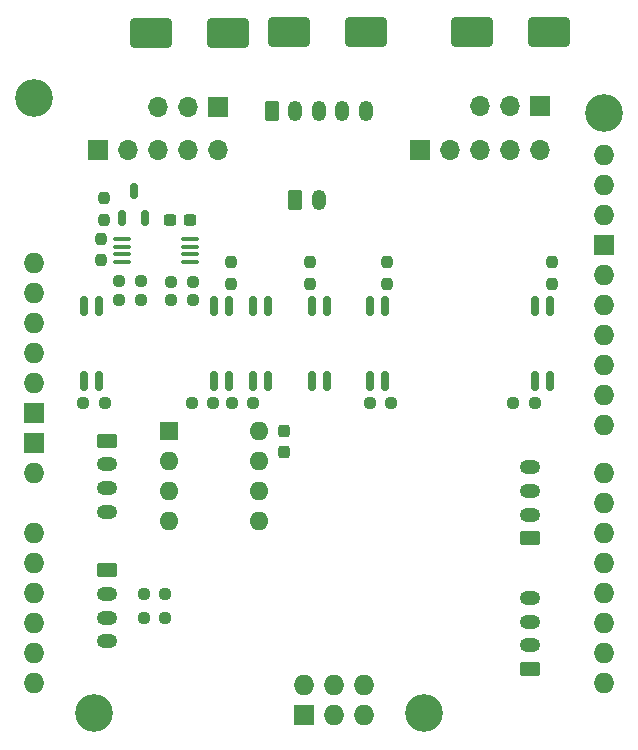
<source format=gts>
G04 #@! TF.GenerationSoftware,KiCad,Pcbnew,7.0.0*
G04 #@! TF.CreationDate,2023-03-01T21:53:21-08:00*
G04 #@! TF.ProjectId,KYBERNETES-CHASSIS-SHIELD,4b594245-524e-4455-9445-532d43484153,rev?*
G04 #@! TF.SameCoordinates,Original*
G04 #@! TF.FileFunction,Soldermask,Top*
G04 #@! TF.FilePolarity,Negative*
%FSLAX46Y46*%
G04 Gerber Fmt 4.6, Leading zero omitted, Abs format (unit mm)*
G04 Created by KiCad (PCBNEW 7.0.0) date 2023-03-01 21:53:21*
%MOMM*%
%LPD*%
G01*
G04 APERTURE LIST*
G04 Aperture macros list*
%AMRoundRect*
0 Rectangle with rounded corners*
0 $1 Rounding radius*
0 $2 $3 $4 $5 $6 $7 $8 $9 X,Y pos of 4 corners*
0 Add a 4 corners polygon primitive as box body*
4,1,4,$2,$3,$4,$5,$6,$7,$8,$9,$2,$3,0*
0 Add four circle primitives for the rounded corners*
1,1,$1+$1,$2,$3*
1,1,$1+$1,$4,$5*
1,1,$1+$1,$6,$7*
1,1,$1+$1,$8,$9*
0 Add four rect primitives between the rounded corners*
20,1,$1+$1,$2,$3,$4,$5,0*
20,1,$1+$1,$4,$5,$6,$7,0*
20,1,$1+$1,$6,$7,$8,$9,0*
20,1,$1+$1,$8,$9,$2,$3,0*%
G04 Aperture macros list end*
%ADD10RoundRect,0.150000X0.150000X-0.662500X0.150000X0.662500X-0.150000X0.662500X-0.150000X-0.662500X0*%
%ADD11RoundRect,0.237500X0.250000X0.237500X-0.250000X0.237500X-0.250000X-0.237500X0.250000X-0.237500X0*%
%ADD12RoundRect,0.237500X-0.250000X-0.237500X0.250000X-0.237500X0.250000X0.237500X-0.250000X0.237500X0*%
%ADD13RoundRect,0.237500X-0.237500X0.250000X-0.237500X-0.250000X0.237500X-0.250000X0.237500X0.250000X0*%
%ADD14RoundRect,0.237500X0.237500X-0.250000X0.237500X0.250000X-0.237500X0.250000X-0.237500X-0.250000X0*%
%ADD15RoundRect,0.250000X1.500000X1.000000X-1.500000X1.000000X-1.500000X-1.000000X1.500000X-1.000000X0*%
%ADD16RoundRect,0.237500X-0.237500X0.300000X-0.237500X-0.300000X0.237500X-0.300000X0.237500X0.300000X0*%
%ADD17R,1.600000X1.600000*%
%ADD18O,1.600000X1.600000*%
%ADD19R,1.700000X1.700000*%
%ADD20O,1.700000X1.700000*%
%ADD21RoundRect,0.250000X0.625000X-0.350000X0.625000X0.350000X-0.625000X0.350000X-0.625000X-0.350000X0*%
%ADD22O,1.750000X1.200000*%
%ADD23RoundRect,0.150000X-0.150000X0.662500X-0.150000X-0.662500X0.150000X-0.662500X0.150000X0.662500X0*%
%ADD24RoundRect,0.237500X0.300000X0.237500X-0.300000X0.237500X-0.300000X-0.237500X0.300000X-0.237500X0*%
%ADD25RoundRect,0.250000X-0.625000X0.350000X-0.625000X-0.350000X0.625000X-0.350000X0.625000X0.350000X0*%
%ADD26C,3.200000*%
%ADD27O,1.727200X1.727200*%
%ADD28R,1.727200X1.727200*%
%ADD29RoundRect,0.250000X-1.500000X-1.000000X1.500000X-1.000000X1.500000X1.000000X-1.500000X1.000000X0*%
%ADD30RoundRect,0.250000X-0.350000X-0.625000X0.350000X-0.625000X0.350000X0.625000X-0.350000X0.625000X0*%
%ADD31O,1.200000X1.750000*%
%ADD32RoundRect,0.150000X0.150000X-0.512500X0.150000X0.512500X-0.150000X0.512500X-0.150000X-0.512500X0*%
%ADD33RoundRect,0.100000X-0.637500X-0.100000X0.637500X-0.100000X0.637500X0.100000X-0.637500X0.100000X0*%
G04 APERTURE END LIST*
D10*
X146205000Y-100812500D03*
X147475000Y-100812500D03*
X147475000Y-94437500D03*
X146205000Y-94437500D03*
D11*
X157900000Y-102675000D03*
X156075000Y-102675000D03*
D12*
X168250000Y-102675000D03*
X170075000Y-102675000D03*
D13*
X133550000Y-85325000D03*
X133550000Y-87150000D03*
D11*
X141125000Y-92375000D03*
X139300000Y-92375000D03*
D12*
X144400000Y-102675000D03*
X146225000Y-102675000D03*
D11*
X138775000Y-118850000D03*
X136950000Y-118850000D03*
D14*
X133300000Y-90565000D03*
X133300000Y-88740000D03*
D15*
X171270000Y-71240000D03*
X164770000Y-71240000D03*
D16*
X148850000Y-105060000D03*
X148850000Y-106785000D03*
D17*
X139129999Y-105054999D03*
D18*
X139129999Y-107594999D03*
X139129999Y-110134999D03*
X139129999Y-112674999D03*
X146749999Y-112674999D03*
X146749999Y-110134999D03*
X146749999Y-107594999D03*
X146749999Y-105054999D03*
D19*
X143249999Y-77575118D03*
D20*
X140709999Y-77575118D03*
X138169999Y-77575118D03*
D11*
X136700000Y-93925000D03*
X134875000Y-93925000D03*
D21*
X169650000Y-114100000D03*
D22*
X169649999Y-112099999D03*
X169649999Y-110099999D03*
X169649999Y-108099999D03*
D21*
X169650000Y-125175000D03*
D22*
X169649999Y-123174999D03*
X169649999Y-121174999D03*
X169649999Y-119174999D03*
D23*
X152475000Y-94412500D03*
X151205000Y-94412500D03*
X151205000Y-100787500D03*
X152475000Y-100787500D03*
D10*
X131855000Y-100812500D03*
X133125000Y-100812500D03*
X133125000Y-94437500D03*
X131855000Y-94437500D03*
D24*
X140875000Y-87150000D03*
X139150000Y-87150000D03*
D25*
X133875000Y-116825000D03*
D22*
X133874999Y-118824999D03*
X133874999Y-120824999D03*
X133874999Y-122824999D03*
D26*
X127670000Y-76849881D03*
X175930000Y-78119881D03*
D27*
X127669999Y-90819880D03*
D26*
X160690000Y-128919881D03*
X132750000Y-128919881D03*
D27*
X127669999Y-98439880D03*
X127669999Y-100979880D03*
X155609999Y-129046880D03*
X127669999Y-113679880D03*
X127669999Y-116219880D03*
X127669999Y-118759880D03*
X127669999Y-121299880D03*
X127669999Y-123839880D03*
X127669999Y-126379880D03*
X175929999Y-86755880D03*
X175929999Y-126379880D03*
X175929999Y-123839880D03*
X175929999Y-121299880D03*
X175929999Y-118759880D03*
X175929999Y-116219880D03*
X175929999Y-113679880D03*
X175929999Y-111139880D03*
X175929999Y-108599880D03*
X175929999Y-104535880D03*
X175929999Y-101995880D03*
X175929999Y-99455880D03*
X175929999Y-96915880D03*
X175929999Y-94375880D03*
X175929999Y-91835880D03*
D28*
X175929999Y-89295880D03*
X127669999Y-103519880D03*
X127669999Y-106059880D03*
X150529999Y-129046880D03*
D27*
X127669999Y-93359880D03*
X155609999Y-126506880D03*
X153069999Y-129046880D03*
X127669999Y-95899880D03*
X150529999Y-126506880D03*
X153069999Y-126506880D03*
X175929999Y-81675880D03*
X175929999Y-84215880D03*
X127669999Y-108599880D03*
D29*
X149280000Y-71280000D03*
X155780000Y-71280000D03*
D11*
X138775000Y-120825000D03*
X136950000Y-120825000D03*
D12*
X139300000Y-93950000D03*
X141125000Y-93950000D03*
D30*
X147775000Y-77950000D03*
D31*
X149774999Y-77949999D03*
X151774999Y-77949999D03*
X153774999Y-77949999D03*
X155774999Y-77949999D03*
D10*
X156080000Y-100812500D03*
X157350000Y-100812500D03*
X157350000Y-94437500D03*
X156080000Y-94437500D03*
D30*
X149775000Y-85450000D03*
D31*
X151774999Y-85449999D03*
D19*
X133089999Y-81275118D03*
D20*
X135629999Y-81275118D03*
X138169999Y-81275118D03*
X140709999Y-81275118D03*
X143249999Y-81275118D03*
D14*
X144325000Y-92562500D03*
X144325000Y-90737500D03*
D32*
X135150000Y-86975000D03*
X137050000Y-86975000D03*
X136100000Y-84700000D03*
D19*
X160309999Y-81250118D03*
D20*
X162849999Y-81250118D03*
X165389999Y-81250118D03*
X167929999Y-81250118D03*
X170469999Y-81250118D03*
D15*
X144050000Y-71290000D03*
X137550000Y-71290000D03*
D33*
X135137500Y-88775000D03*
X135137500Y-89425000D03*
X135137500Y-90075000D03*
X135137500Y-90725000D03*
X140862500Y-90725000D03*
X140862500Y-90075000D03*
X140862500Y-89425000D03*
X140862500Y-88775000D03*
D11*
X133675000Y-102650000D03*
X131850000Y-102650000D03*
D14*
X171525000Y-92562500D03*
X171525000Y-90737500D03*
D12*
X141025000Y-102675000D03*
X142850000Y-102675000D03*
X134875000Y-92350000D03*
X136700000Y-92350000D03*
D10*
X142880000Y-100812500D03*
X144150000Y-100812500D03*
X144150000Y-94437500D03*
X142880000Y-94437500D03*
D25*
X133875000Y-105860000D03*
D22*
X133874999Y-107859999D03*
X133874999Y-109859999D03*
X133874999Y-111859999D03*
D10*
X170080000Y-100812500D03*
X171350000Y-100812500D03*
X171350000Y-94437500D03*
X170080000Y-94437500D03*
D19*
X170464999Y-77550118D03*
D20*
X167924999Y-77550118D03*
X165384999Y-77550118D03*
D13*
X151025000Y-90725000D03*
X151025000Y-92550000D03*
D14*
X157530000Y-92562500D03*
X157530000Y-90737500D03*
M02*

</source>
